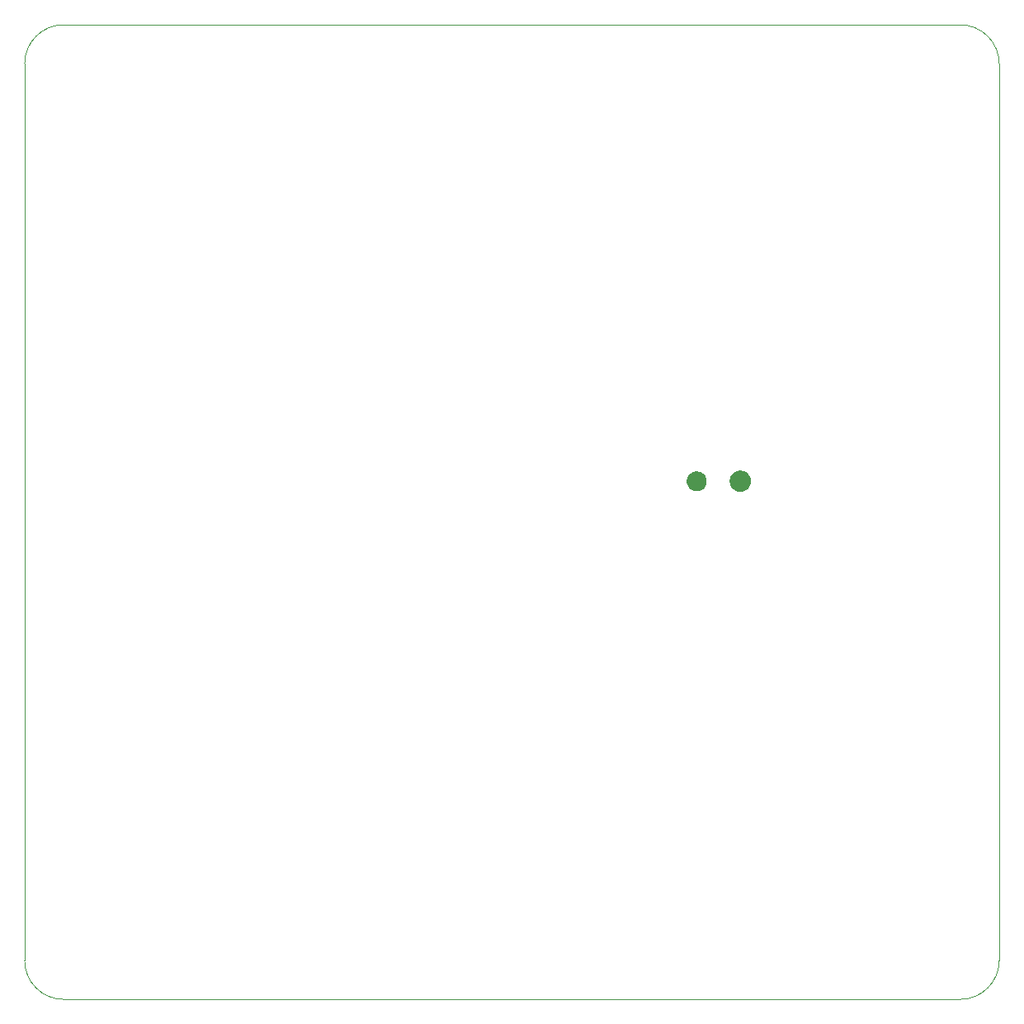
<source format=gbr>
%TF.GenerationSoftware,KiCad,Pcbnew,9.0.0*%
%TF.CreationDate,2025-06-09T15:05:37+02:00*%
%TF.ProjectId,stm32-fpga-bootloader,73746d33-322d-4667-9067-612d626f6f74,rev?*%
%TF.SameCoordinates,Original*%
%TF.FileFunction,Profile,NP*%
%FSLAX46Y46*%
G04 Gerber Fmt 4.6, Leading zero omitted, Abs format (unit mm)*
G04 Created by KiCad (PCBNEW 9.0.0) date 2025-06-09 15:05:37*
%MOMM*%
%LPD*%
G01*
G04 APERTURE LIST*
%TA.AperFunction,Profile*%
%ADD10C,0.050000*%
%TD*%
%TA.AperFunction,Profile*%
%ADD11C,0.000000*%
%TD*%
G04 APERTURE END LIST*
D10*
X213555000Y-126155000D02*
G75*
G02*
X209555000Y-130155000I-4000000J0D01*
G01*
X113555000Y-34155000D02*
X113555000Y-126155000D01*
X117555000Y-130155000D02*
G75*
G02*
X113555000Y-126155000I0J4000000D01*
G01*
X117555000Y-130155000D02*
X209555000Y-130155000D01*
X209555000Y-30155000D02*
X117555000Y-30155000D01*
X213555000Y-126155000D02*
X213555000Y-34155000D01*
X113555000Y-34155000D02*
G75*
G02*
X117555000Y-30155000I4000000J0D01*
G01*
X209555000Y-30155000D02*
G75*
G02*
X213555000Y-34155000I0J-4000000D01*
G01*
D11*
%TA.AperFunction,Profile*%
%TO.C,R32*%
G36*
X182802542Y-76004136D02*
G01*
X182988182Y-76081031D01*
X183155253Y-76192664D01*
X183297336Y-76334747D01*
X183408969Y-76501818D01*
X183485864Y-76687458D01*
X183525064Y-76884532D01*
X183525064Y-77085468D01*
X183485864Y-77282542D01*
X183408969Y-77468182D01*
X183297336Y-77635253D01*
X183155253Y-77777336D01*
X182988182Y-77888969D01*
X182802542Y-77965864D01*
X182605468Y-78005064D01*
X182404532Y-78005064D01*
X182207458Y-77965864D01*
X182021818Y-77888969D01*
X181854747Y-77777336D01*
X181712664Y-77635253D01*
X181601031Y-77468182D01*
X181524136Y-77282542D01*
X181484936Y-77085468D01*
X181484936Y-76884532D01*
X181524136Y-76687458D01*
X181601031Y-76501818D01*
X181712664Y-76334747D01*
X181854747Y-76192664D01*
X182021818Y-76081031D01*
X182207458Y-76004136D01*
X182404532Y-75964936D01*
X182605468Y-75964936D01*
X182802542Y-76004136D01*
G37*
%TD.AperFunction*%
%TA.AperFunction,Profile*%
G36*
X187261790Y-75915393D02*
G01*
X187425952Y-75968733D01*
X187579748Y-76047096D01*
X187719393Y-76148553D01*
X187841447Y-76270607D01*
X187942904Y-76410252D01*
X188021267Y-76564048D01*
X188074607Y-76728210D01*
X188101609Y-76898695D01*
X188101609Y-77071305D01*
X188074607Y-77241790D01*
X188021267Y-77405952D01*
X187942904Y-77559748D01*
X187841447Y-77699393D01*
X187719393Y-77821447D01*
X187579748Y-77922904D01*
X187425952Y-78001267D01*
X187261790Y-78054607D01*
X187091305Y-78081609D01*
X186918695Y-78081609D01*
X186748210Y-78054607D01*
X186584048Y-78001267D01*
X186430252Y-77922904D01*
X186290607Y-77821447D01*
X186168553Y-77699393D01*
X186067096Y-77559748D01*
X185988733Y-77405952D01*
X185935393Y-77241790D01*
X185908391Y-77071305D01*
X185908391Y-76898695D01*
X185935393Y-76728210D01*
X185988733Y-76564048D01*
X186067096Y-76410252D01*
X186168553Y-76270607D01*
X186290607Y-76148553D01*
X186430252Y-76047096D01*
X186584048Y-75968733D01*
X186748210Y-75915393D01*
X186918695Y-75888391D01*
X187091305Y-75888391D01*
X187261790Y-75915393D01*
G37*
%TD.AperFunction*%
%TD*%
M02*

</source>
